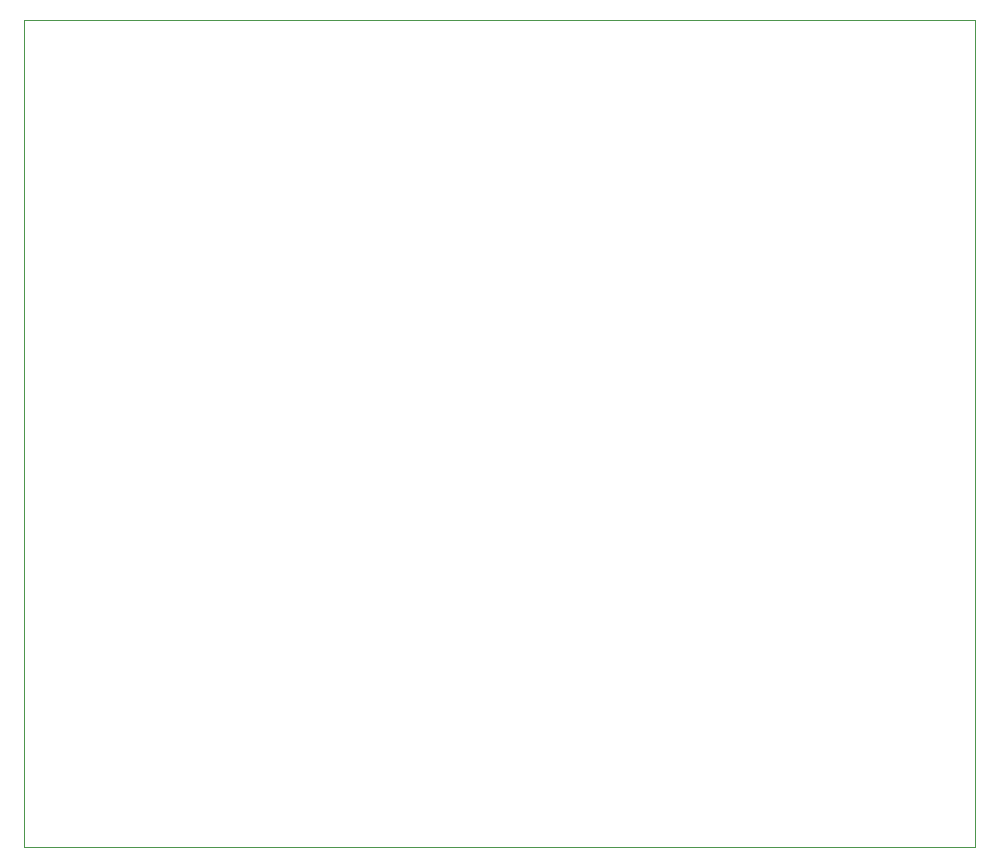
<source format=gbr>
%TF.GenerationSoftware,Altium Limited,Altium Designer,20.0.12 (288)*%
G04 Layer_Color=0*
%FSLAX44Y44*%
%MOMM*%
%TF.FileFunction,Profile,NP*%
%TF.Part,Single*%
G01*
G75*
%TA.AperFunction,Profile*%
%ADD50C,0.0254*%
D50*
X0Y0D02*
X0Y700000D01*
X805000D01*
X805000Y0D01*
X0D01*
%TF.MD5,2b7454198e8c105ed751b45224b6e5b9*%
M02*

</source>
